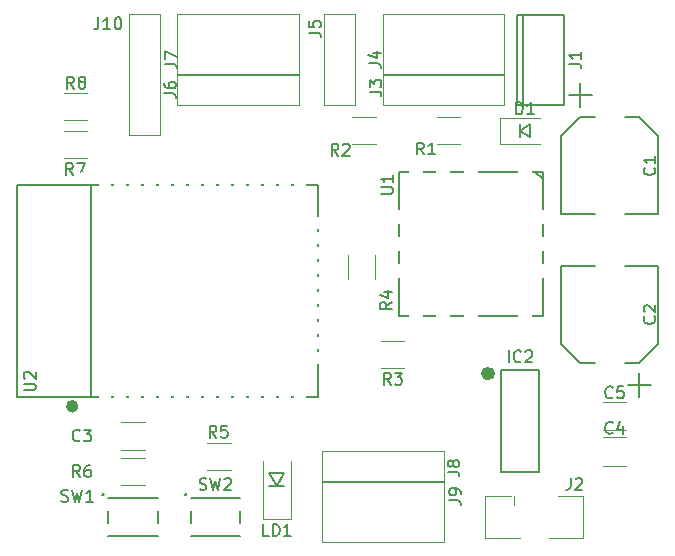
<source format=gto>
G04 #@! TF.FileFunction,Legend,Top*
%FSLAX46Y46*%
G04 Gerber Fmt 4.6, Leading zero omitted, Abs format (unit mm)*
G04 Created by KiCad (PCBNEW 4.0.7) date 01/06/19 19:56:26*
%MOMM*%
%LPD*%
G01*
G04 APERTURE LIST*
%ADD10C,0.200000*%
%ADD11C,0.600000*%
%ADD12C,0.150000*%
%ADD13C,0.120000*%
%ADD14C,0.254000*%
%ADD15C,0.500000*%
%ADD16C,0.700000*%
%ADD17C,3.300000*%
%ADD18R,1.700000X0.530000*%
%ADD19C,1.300000*%
%ADD20R,1.300000X1.300000*%
%ADD21R,1.200000X1.100000*%
%ADD22R,2.200000X4.600000*%
%ADD23R,2.100000X1.700000*%
%ADD24R,0.550000X2.400000*%
%ADD25O,1.900000X1.200000*%
%ADD26O,2.300000X1.200000*%
%ADD27O,1.800000X1.800000*%
%ADD28C,1.800000*%
%ADD29R,2.100000X1.800000*%
%ADD30R,1.800000X2.100000*%
%ADD31R,1.550000X0.750000*%
%ADD32R,1.300000X3.100000*%
%ADD33R,3.100000X1.300000*%
%ADD34R,1.250000X1.250000*%
%ADD35R,1.900000X4.180000*%
%ADD36R,4.180000X1.900000*%
%ADD37R,1.300000X1.600000*%
%ADD38R,1.000000X2.600000*%
%ADD39R,2.600000X1.000000*%
%ADD40R,5.100000X5.100000*%
%ADD41R,0.400000X0.600000*%
G04 APERTURE END LIST*
D10*
D11*
X60388000Y-50600000D02*
G75*
G03X60388000Y-50600000I-300000J0D01*
G01*
D10*
X61200000Y-50276000D02*
X64400000Y-50276000D01*
X64400000Y-50276000D02*
X64400000Y-58924000D01*
X64400000Y-58924000D02*
X61200000Y-58924000D01*
X61200000Y-58924000D02*
X61200000Y-50276000D01*
D12*
X63050000Y-20250000D02*
X63050000Y-27850000D01*
X62550000Y-27850000D02*
X66550000Y-27850000D01*
X66550000Y-27850000D02*
X66550000Y-20250000D01*
X66550000Y-20250000D02*
X62550000Y-20250000D01*
X62550000Y-20250000D02*
X62550000Y-27850000D01*
X62800000Y-30050000D02*
X63600000Y-29500000D01*
X63600000Y-29500000D02*
X63600000Y-30600000D01*
X63600000Y-30600000D02*
X62800000Y-30050000D01*
X62800000Y-29500000D02*
X62800000Y-30600000D01*
D13*
X61100000Y-28950000D02*
X61100000Y-31150000D01*
X61100000Y-31150000D02*
X64450000Y-31150000D01*
X61100000Y-28950000D02*
X64450000Y-28950000D01*
D12*
X68900000Y-27000000D02*
X66900000Y-27000000D01*
X67900000Y-26000000D02*
X67900000Y-28000000D01*
X74500000Y-37100000D02*
X71700000Y-37100000D01*
X74500000Y-37100000D02*
X74500000Y-30500000D01*
X72900000Y-28900000D02*
X74500000Y-30500000D01*
X71700000Y-28900000D02*
X72900000Y-28900000D01*
X67900000Y-28900000D02*
X69100000Y-28900000D01*
X69100000Y-37100000D02*
X66300000Y-37100000D01*
X66300000Y-37100000D02*
X66300000Y-30500000D01*
X66300000Y-30500000D02*
X67900000Y-28900000D01*
X71900000Y-51600000D02*
X73900000Y-51600000D01*
X72900000Y-52600000D02*
X72900000Y-50600000D01*
X66300000Y-41500000D02*
X69100000Y-41500000D01*
X66300000Y-41500000D02*
X66300000Y-48100000D01*
X67900000Y-49700000D02*
X66300000Y-48100000D01*
X69100000Y-49700000D02*
X67900000Y-49700000D01*
X72900000Y-49700000D02*
X71700000Y-49700000D01*
X71700000Y-41500000D02*
X74500000Y-41500000D01*
X74500000Y-41500000D02*
X74500000Y-48100000D01*
X74500000Y-48100000D02*
X72900000Y-49700000D01*
D13*
X29000000Y-57100000D02*
X31000000Y-57100000D01*
X31000000Y-54700000D02*
X29000000Y-54700000D01*
X71800000Y-56000000D02*
X69800000Y-56000000D01*
X69800000Y-58400000D02*
X71800000Y-58400000D01*
X71800000Y-53000000D02*
X69800000Y-53000000D01*
X69800000Y-55400000D02*
X71800000Y-55400000D01*
X62300000Y-61725000D02*
X62300000Y-60975000D01*
X62000000Y-60975000D02*
X59850000Y-60975000D01*
X68150000Y-60975000D02*
X68150000Y-64525000D01*
X59850000Y-64525000D02*
X62750000Y-64525000D01*
X59850000Y-60975000D02*
X59850000Y-64525000D01*
X68150000Y-64525000D02*
X65250000Y-64525000D01*
X66000000Y-60975000D02*
X68150000Y-60975000D01*
X61450000Y-27870000D02*
X61450000Y-25210000D01*
X51170000Y-27870000D02*
X61450000Y-27870000D01*
X51170000Y-25210000D02*
X61450000Y-25210000D01*
X51170000Y-27870000D02*
X51170000Y-25210000D01*
X61450000Y-25330000D02*
X61450000Y-20130000D01*
X51170000Y-25330000D02*
X61450000Y-25330000D01*
X51170000Y-20130000D02*
X61450000Y-20130000D01*
X51170000Y-25330000D02*
X51170000Y-20130000D01*
X46170000Y-27870000D02*
X48830000Y-27870000D01*
X46170000Y-20130000D02*
X46170000Y-27870000D01*
X48830000Y-20130000D02*
X48830000Y-27870000D01*
X46170000Y-20130000D02*
X48830000Y-20130000D01*
X44050000Y-27870000D02*
X44050000Y-25210000D01*
X33770000Y-27870000D02*
X44050000Y-27870000D01*
X33770000Y-25210000D02*
X44050000Y-25210000D01*
X33770000Y-27870000D02*
X33770000Y-25210000D01*
X44050000Y-25330000D02*
X44050000Y-20130000D01*
X33770000Y-25330000D02*
X44050000Y-25330000D01*
X33770000Y-20130000D02*
X44050000Y-20130000D01*
X33770000Y-25330000D02*
X33770000Y-20130000D01*
X57750000Y-31150000D02*
X55750000Y-31150000D01*
X55750000Y-28850000D02*
X57750000Y-28850000D01*
X48600000Y-28850000D02*
X50600000Y-28850000D01*
X50600000Y-31150000D02*
X48600000Y-31150000D01*
X51000000Y-47850000D02*
X53000000Y-47850000D01*
X53000000Y-50150000D02*
X51000000Y-50150000D01*
X50550000Y-40600000D02*
X50550000Y-42600000D01*
X48250000Y-42600000D02*
X48250000Y-40600000D01*
X24150000Y-30050000D02*
X26150000Y-30050000D01*
X26150000Y-32350000D02*
X24150000Y-32350000D01*
X24150000Y-26825000D02*
X26150000Y-26825000D01*
X26150000Y-29125000D02*
X24150000Y-29125000D01*
D10*
X27900000Y-61150000D02*
X32100000Y-61150000D01*
X32100000Y-64350000D02*
X27900000Y-64350000D01*
X27900000Y-62250000D02*
X27900000Y-63250000D01*
X32100000Y-62250000D02*
X32100000Y-63250000D01*
D14*
X27497370Y-60861000D02*
G75*
G03X27497370Y-60861000I-53370J0D01*
G01*
D10*
X34900000Y-61150000D02*
X39100000Y-61150000D01*
X39100000Y-64350000D02*
X34900000Y-64350000D01*
X34900000Y-62250000D02*
X34900000Y-63250000D01*
X39100000Y-62250000D02*
X39100000Y-63250000D01*
D14*
X34497370Y-60861000D02*
G75*
G03X34497370Y-60861000I-53370J0D01*
G01*
D10*
X64700000Y-34100000D02*
X64100000Y-33500000D01*
X52505000Y-33505000D02*
X64695000Y-33505000D01*
X64695000Y-33505000D02*
X64695000Y-45695000D01*
X64695000Y-45695000D02*
X52505000Y-45695000D01*
X52505000Y-45695000D02*
X52505000Y-33505000D01*
D14*
X58713000Y-32870000D02*
G75*
G03X58713000Y-32870000I-102000J0D01*
G01*
D15*
X25154981Y-53381000D02*
G75*
G03X25154981Y-53381000I-283981J0D01*
G01*
D12*
X26500000Y-34600000D02*
X26500000Y-52600000D01*
X20200000Y-52600000D02*
X45700000Y-52600000D01*
X20200000Y-34600000D02*
X45700000Y-34600000D01*
X45700000Y-34600000D02*
X45700000Y-52600000D01*
X20200000Y-34600000D02*
X20200000Y-52600000D01*
D13*
X29670000Y-30410000D02*
X32330000Y-30410000D01*
X29670000Y-20130000D02*
X29670000Y-30410000D01*
X32330000Y-20130000D02*
X32330000Y-30410000D01*
X29670000Y-20130000D02*
X32330000Y-20130000D01*
X56330000Y-59790000D02*
X56330000Y-57130000D01*
X46050000Y-59790000D02*
X56330000Y-59790000D01*
X46050000Y-57130000D02*
X56330000Y-57130000D01*
X46050000Y-59790000D02*
X46050000Y-57130000D01*
X46050000Y-59670000D02*
X46050000Y-64870000D01*
X56330000Y-59670000D02*
X46050000Y-59670000D01*
X56330000Y-64870000D02*
X46050000Y-64870000D01*
X56330000Y-59670000D02*
X56330000Y-64870000D01*
X36300000Y-56450000D02*
X38300000Y-56450000D01*
X38300000Y-58750000D02*
X36300000Y-58750000D01*
X29000000Y-57750000D02*
X31000000Y-57750000D01*
X31000000Y-60050000D02*
X29000000Y-60050000D01*
D12*
X42200000Y-60150000D02*
X41580000Y-59050000D01*
X41580000Y-59050000D02*
X42820000Y-59050000D01*
X42820000Y-59050000D02*
X42200000Y-60150000D01*
X41580000Y-60150000D02*
X42820000Y-60150000D01*
D13*
X41000000Y-62900000D02*
X43400000Y-62900000D01*
X43400000Y-62900000D02*
X43400000Y-58000000D01*
X41000000Y-62900000D02*
X41000000Y-58000000D01*
D10*
X61823810Y-49652381D02*
X61823810Y-48652381D01*
X62871429Y-49557143D02*
X62823810Y-49604762D01*
X62680953Y-49652381D01*
X62585715Y-49652381D01*
X62442857Y-49604762D01*
X62347619Y-49509524D01*
X62300000Y-49414286D01*
X62252381Y-49223810D01*
X62252381Y-49080952D01*
X62300000Y-48890476D01*
X62347619Y-48795238D01*
X62442857Y-48700000D01*
X62585715Y-48652381D01*
X62680953Y-48652381D01*
X62823810Y-48700000D01*
X62871429Y-48747619D01*
X63252381Y-48747619D02*
X63300000Y-48700000D01*
X63395238Y-48652381D01*
X63633334Y-48652381D01*
X63728572Y-48700000D01*
X63776191Y-48747619D01*
X63823810Y-48842857D01*
X63823810Y-48938095D01*
X63776191Y-49080952D01*
X63204762Y-49652381D01*
X63823810Y-49652381D01*
D12*
X66972381Y-24383333D02*
X67686667Y-24383333D01*
X67829524Y-24430953D01*
X67924762Y-24526191D01*
X67972381Y-24669048D01*
X67972381Y-24764286D01*
X67972381Y-23383333D02*
X67972381Y-23954762D01*
X67972381Y-23669048D02*
X66972381Y-23669048D01*
X67115238Y-23764286D01*
X67210476Y-23859524D01*
X67258095Y-23954762D01*
X62461905Y-28652381D02*
X62461905Y-27652381D01*
X62700000Y-27652381D01*
X62842858Y-27700000D01*
X62938096Y-27795238D01*
X62985715Y-27890476D01*
X63033334Y-28080952D01*
X63033334Y-28223810D01*
X62985715Y-28414286D01*
X62938096Y-28509524D01*
X62842858Y-28604762D01*
X62700000Y-28652381D01*
X62461905Y-28652381D01*
X63985715Y-28652381D02*
X63414286Y-28652381D01*
X63700000Y-28652381D02*
X63700000Y-27652381D01*
X63604762Y-27795238D01*
X63509524Y-27890476D01*
X63414286Y-27938095D01*
X74157143Y-33166666D02*
X74204762Y-33214285D01*
X74252381Y-33357142D01*
X74252381Y-33452380D01*
X74204762Y-33595238D01*
X74109524Y-33690476D01*
X74014286Y-33738095D01*
X73823810Y-33785714D01*
X73680952Y-33785714D01*
X73490476Y-33738095D01*
X73395238Y-33690476D01*
X73300000Y-33595238D01*
X73252381Y-33452380D01*
X73252381Y-33357142D01*
X73300000Y-33214285D01*
X73347619Y-33166666D01*
X74252381Y-32214285D02*
X74252381Y-32785714D01*
X74252381Y-32500000D02*
X73252381Y-32500000D01*
X73395238Y-32595238D01*
X73490476Y-32690476D01*
X73538095Y-32785714D01*
X74157143Y-45766666D02*
X74204762Y-45814285D01*
X74252381Y-45957142D01*
X74252381Y-46052380D01*
X74204762Y-46195238D01*
X74109524Y-46290476D01*
X74014286Y-46338095D01*
X73823810Y-46385714D01*
X73680952Y-46385714D01*
X73490476Y-46338095D01*
X73395238Y-46290476D01*
X73300000Y-46195238D01*
X73252381Y-46052380D01*
X73252381Y-45957142D01*
X73300000Y-45814285D01*
X73347619Y-45766666D01*
X73347619Y-45385714D02*
X73300000Y-45338095D01*
X73252381Y-45242857D01*
X73252381Y-45004761D01*
X73300000Y-44909523D01*
X73347619Y-44861904D01*
X73442857Y-44814285D01*
X73538095Y-44814285D01*
X73680952Y-44861904D01*
X74252381Y-45433333D01*
X74252381Y-44814285D01*
X25533334Y-56257143D02*
X25485715Y-56304762D01*
X25342858Y-56352381D01*
X25247620Y-56352381D01*
X25104762Y-56304762D01*
X25009524Y-56209524D01*
X24961905Y-56114286D01*
X24914286Y-55923810D01*
X24914286Y-55780952D01*
X24961905Y-55590476D01*
X25009524Y-55495238D01*
X25104762Y-55400000D01*
X25247620Y-55352381D01*
X25342858Y-55352381D01*
X25485715Y-55400000D01*
X25533334Y-55447619D01*
X25866667Y-55352381D02*
X26485715Y-55352381D01*
X26152381Y-55733333D01*
X26295239Y-55733333D01*
X26390477Y-55780952D01*
X26438096Y-55828571D01*
X26485715Y-55923810D01*
X26485715Y-56161905D01*
X26438096Y-56257143D01*
X26390477Y-56304762D01*
X26295239Y-56352381D01*
X26009524Y-56352381D01*
X25914286Y-56304762D01*
X25866667Y-56257143D01*
X70633334Y-55597143D02*
X70585715Y-55644762D01*
X70442858Y-55692381D01*
X70347620Y-55692381D01*
X70204762Y-55644762D01*
X70109524Y-55549524D01*
X70061905Y-55454286D01*
X70014286Y-55263810D01*
X70014286Y-55120952D01*
X70061905Y-54930476D01*
X70109524Y-54835238D01*
X70204762Y-54740000D01*
X70347620Y-54692381D01*
X70442858Y-54692381D01*
X70585715Y-54740000D01*
X70633334Y-54787619D01*
X71490477Y-55025714D02*
X71490477Y-55692381D01*
X71252381Y-54644762D02*
X71014286Y-55359048D01*
X71633334Y-55359048D01*
X70633334Y-52597143D02*
X70585715Y-52644762D01*
X70442858Y-52692381D01*
X70347620Y-52692381D01*
X70204762Y-52644762D01*
X70109524Y-52549524D01*
X70061905Y-52454286D01*
X70014286Y-52263810D01*
X70014286Y-52120952D01*
X70061905Y-51930476D01*
X70109524Y-51835238D01*
X70204762Y-51740000D01*
X70347620Y-51692381D01*
X70442858Y-51692381D01*
X70585715Y-51740000D01*
X70633334Y-51787619D01*
X71538096Y-51692381D02*
X71061905Y-51692381D01*
X71014286Y-52168571D01*
X71061905Y-52120952D01*
X71157143Y-52073333D01*
X71395239Y-52073333D01*
X71490477Y-52120952D01*
X71538096Y-52168571D01*
X71585715Y-52263810D01*
X71585715Y-52501905D01*
X71538096Y-52597143D01*
X71490477Y-52644762D01*
X71395239Y-52692381D01*
X71157143Y-52692381D01*
X71061905Y-52644762D01*
X71014286Y-52597143D01*
X67066667Y-59452381D02*
X67066667Y-60166667D01*
X67019047Y-60309524D01*
X66923809Y-60404762D01*
X66780952Y-60452381D01*
X66685714Y-60452381D01*
X67495238Y-59547619D02*
X67542857Y-59500000D01*
X67638095Y-59452381D01*
X67876191Y-59452381D01*
X67971429Y-59500000D01*
X68019048Y-59547619D01*
X68066667Y-59642857D01*
X68066667Y-59738095D01*
X68019048Y-59880952D01*
X67447619Y-60452381D01*
X68066667Y-60452381D01*
X50052381Y-26733333D02*
X50766667Y-26733333D01*
X50909524Y-26780953D01*
X51004762Y-26876191D01*
X51052381Y-27019048D01*
X51052381Y-27114286D01*
X50052381Y-26352381D02*
X50052381Y-25733333D01*
X50433333Y-26066667D01*
X50433333Y-25923809D01*
X50480952Y-25828571D01*
X50528571Y-25780952D01*
X50623810Y-25733333D01*
X50861905Y-25733333D01*
X50957143Y-25780952D01*
X51004762Y-25828571D01*
X51052381Y-25923809D01*
X51052381Y-26209524D01*
X51004762Y-26304762D01*
X50957143Y-26352381D01*
X50002381Y-24333333D02*
X50716667Y-24333333D01*
X50859524Y-24380953D01*
X50954762Y-24476191D01*
X51002381Y-24619048D01*
X51002381Y-24714286D01*
X50335714Y-23428571D02*
X51002381Y-23428571D01*
X49954762Y-23666667D02*
X50669048Y-23904762D01*
X50669048Y-23285714D01*
X44902381Y-21733333D02*
X45616667Y-21733333D01*
X45759524Y-21780953D01*
X45854762Y-21876191D01*
X45902381Y-22019048D01*
X45902381Y-22114286D01*
X44902381Y-20780952D02*
X44902381Y-21257143D01*
X45378571Y-21304762D01*
X45330952Y-21257143D01*
X45283333Y-21161905D01*
X45283333Y-20923809D01*
X45330952Y-20828571D01*
X45378571Y-20780952D01*
X45473810Y-20733333D01*
X45711905Y-20733333D01*
X45807143Y-20780952D01*
X45854762Y-20828571D01*
X45902381Y-20923809D01*
X45902381Y-21161905D01*
X45854762Y-21257143D01*
X45807143Y-21304762D01*
X32652381Y-26883333D02*
X33366667Y-26883333D01*
X33509524Y-26930953D01*
X33604762Y-27026191D01*
X33652381Y-27169048D01*
X33652381Y-27264286D01*
X32652381Y-25978571D02*
X32652381Y-26169048D01*
X32700000Y-26264286D01*
X32747619Y-26311905D01*
X32890476Y-26407143D01*
X33080952Y-26454762D01*
X33461905Y-26454762D01*
X33557143Y-26407143D01*
X33604762Y-26359524D01*
X33652381Y-26264286D01*
X33652381Y-26073809D01*
X33604762Y-25978571D01*
X33557143Y-25930952D01*
X33461905Y-25883333D01*
X33223810Y-25883333D01*
X33128571Y-25930952D01*
X33080952Y-25978571D01*
X33033333Y-26073809D01*
X33033333Y-26264286D01*
X33080952Y-26359524D01*
X33128571Y-26407143D01*
X33223810Y-26454762D01*
X32727381Y-24383333D02*
X33441667Y-24383333D01*
X33584524Y-24430953D01*
X33679762Y-24526191D01*
X33727381Y-24669048D01*
X33727381Y-24764286D01*
X32727381Y-24002381D02*
X32727381Y-23335714D01*
X33727381Y-23764286D01*
X54658334Y-32052381D02*
X54325000Y-31576190D01*
X54086905Y-32052381D02*
X54086905Y-31052381D01*
X54467858Y-31052381D01*
X54563096Y-31100000D01*
X54610715Y-31147619D01*
X54658334Y-31242857D01*
X54658334Y-31385714D01*
X54610715Y-31480952D01*
X54563096Y-31528571D01*
X54467858Y-31576190D01*
X54086905Y-31576190D01*
X55610715Y-32052381D02*
X55039286Y-32052381D01*
X55325000Y-32052381D02*
X55325000Y-31052381D01*
X55229762Y-31195238D01*
X55134524Y-31290476D01*
X55039286Y-31338095D01*
X47408334Y-32152381D02*
X47075000Y-31676190D01*
X46836905Y-32152381D02*
X46836905Y-31152381D01*
X47217858Y-31152381D01*
X47313096Y-31200000D01*
X47360715Y-31247619D01*
X47408334Y-31342857D01*
X47408334Y-31485714D01*
X47360715Y-31580952D01*
X47313096Y-31628571D01*
X47217858Y-31676190D01*
X46836905Y-31676190D01*
X47789286Y-31247619D02*
X47836905Y-31200000D01*
X47932143Y-31152381D01*
X48170239Y-31152381D01*
X48265477Y-31200000D01*
X48313096Y-31247619D01*
X48360715Y-31342857D01*
X48360715Y-31438095D01*
X48313096Y-31580952D01*
X47741667Y-32152381D01*
X48360715Y-32152381D01*
X51833334Y-51552381D02*
X51500000Y-51076190D01*
X51261905Y-51552381D02*
X51261905Y-50552381D01*
X51642858Y-50552381D01*
X51738096Y-50600000D01*
X51785715Y-50647619D01*
X51833334Y-50742857D01*
X51833334Y-50885714D01*
X51785715Y-50980952D01*
X51738096Y-51028571D01*
X51642858Y-51076190D01*
X51261905Y-51076190D01*
X52166667Y-50552381D02*
X52785715Y-50552381D01*
X52452381Y-50933333D01*
X52595239Y-50933333D01*
X52690477Y-50980952D01*
X52738096Y-51028571D01*
X52785715Y-51123810D01*
X52785715Y-51361905D01*
X52738096Y-51457143D01*
X52690477Y-51504762D01*
X52595239Y-51552381D01*
X52309524Y-51552381D01*
X52214286Y-51504762D01*
X52166667Y-51457143D01*
X51952381Y-44566666D02*
X51476190Y-44900000D01*
X51952381Y-45138095D02*
X50952381Y-45138095D01*
X50952381Y-44757142D01*
X51000000Y-44661904D01*
X51047619Y-44614285D01*
X51142857Y-44566666D01*
X51285714Y-44566666D01*
X51380952Y-44614285D01*
X51428571Y-44661904D01*
X51476190Y-44757142D01*
X51476190Y-45138095D01*
X51285714Y-43709523D02*
X51952381Y-43709523D01*
X50904762Y-43947619D02*
X51619048Y-44185714D01*
X51619048Y-43566666D01*
X24933334Y-33802381D02*
X24600000Y-33326190D01*
X24361905Y-33802381D02*
X24361905Y-32802381D01*
X24742858Y-32802381D01*
X24838096Y-32850000D01*
X24885715Y-32897619D01*
X24933334Y-32992857D01*
X24933334Y-33135714D01*
X24885715Y-33230952D01*
X24838096Y-33278571D01*
X24742858Y-33326190D01*
X24361905Y-33326190D01*
X25266667Y-32802381D02*
X25933334Y-32802381D01*
X25504762Y-33802381D01*
X25033334Y-26477381D02*
X24700000Y-26001190D01*
X24461905Y-26477381D02*
X24461905Y-25477381D01*
X24842858Y-25477381D01*
X24938096Y-25525000D01*
X24985715Y-25572619D01*
X25033334Y-25667857D01*
X25033334Y-25810714D01*
X24985715Y-25905952D01*
X24938096Y-25953571D01*
X24842858Y-26001190D01*
X24461905Y-26001190D01*
X25604762Y-25905952D02*
X25509524Y-25858333D01*
X25461905Y-25810714D01*
X25414286Y-25715476D01*
X25414286Y-25667857D01*
X25461905Y-25572619D01*
X25509524Y-25525000D01*
X25604762Y-25477381D01*
X25795239Y-25477381D01*
X25890477Y-25525000D01*
X25938096Y-25572619D01*
X25985715Y-25667857D01*
X25985715Y-25715476D01*
X25938096Y-25810714D01*
X25890477Y-25858333D01*
X25795239Y-25905952D01*
X25604762Y-25905952D01*
X25509524Y-25953571D01*
X25461905Y-26001190D01*
X25414286Y-26096429D01*
X25414286Y-26286905D01*
X25461905Y-26382143D01*
X25509524Y-26429762D01*
X25604762Y-26477381D01*
X25795239Y-26477381D01*
X25890477Y-26429762D01*
X25938096Y-26382143D01*
X25985715Y-26286905D01*
X25985715Y-26096429D01*
X25938096Y-26001190D01*
X25890477Y-25953571D01*
X25795239Y-25905952D01*
X23966667Y-61404762D02*
X24109524Y-61452381D01*
X24347620Y-61452381D01*
X24442858Y-61404762D01*
X24490477Y-61357143D01*
X24538096Y-61261905D01*
X24538096Y-61166667D01*
X24490477Y-61071429D01*
X24442858Y-61023810D01*
X24347620Y-60976190D01*
X24157143Y-60928571D01*
X24061905Y-60880952D01*
X24014286Y-60833333D01*
X23966667Y-60738095D01*
X23966667Y-60642857D01*
X24014286Y-60547619D01*
X24061905Y-60500000D01*
X24157143Y-60452381D01*
X24395239Y-60452381D01*
X24538096Y-60500000D01*
X24871429Y-60452381D02*
X25109524Y-61452381D01*
X25300001Y-60738095D01*
X25490477Y-61452381D01*
X25728572Y-60452381D01*
X26633334Y-61452381D02*
X26061905Y-61452381D01*
X26347619Y-61452381D02*
X26347619Y-60452381D01*
X26252381Y-60595238D01*
X26157143Y-60690476D01*
X26061905Y-60738095D01*
X35666667Y-60404762D02*
X35809524Y-60452381D01*
X36047620Y-60452381D01*
X36142858Y-60404762D01*
X36190477Y-60357143D01*
X36238096Y-60261905D01*
X36238096Y-60166667D01*
X36190477Y-60071429D01*
X36142858Y-60023810D01*
X36047620Y-59976190D01*
X35857143Y-59928571D01*
X35761905Y-59880952D01*
X35714286Y-59833333D01*
X35666667Y-59738095D01*
X35666667Y-59642857D01*
X35714286Y-59547619D01*
X35761905Y-59500000D01*
X35857143Y-59452381D01*
X36095239Y-59452381D01*
X36238096Y-59500000D01*
X36571429Y-59452381D02*
X36809524Y-60452381D01*
X37000001Y-59738095D01*
X37190477Y-60452381D01*
X37428572Y-59452381D01*
X37761905Y-59547619D02*
X37809524Y-59500000D01*
X37904762Y-59452381D01*
X38142858Y-59452381D01*
X38238096Y-59500000D01*
X38285715Y-59547619D01*
X38333334Y-59642857D01*
X38333334Y-59738095D01*
X38285715Y-59880952D01*
X37714286Y-60452381D01*
X38333334Y-60452381D01*
D10*
X51027381Y-35386905D02*
X51836905Y-35386905D01*
X51932143Y-35339286D01*
X51979762Y-35291667D01*
X52027381Y-35196429D01*
X52027381Y-35005952D01*
X51979762Y-34910714D01*
X51932143Y-34863095D01*
X51836905Y-34815476D01*
X51027381Y-34815476D01*
X52027381Y-33815476D02*
X52027381Y-34386905D01*
X52027381Y-34101191D02*
X51027381Y-34101191D01*
X51170238Y-34196429D01*
X51265476Y-34291667D01*
X51313095Y-34386905D01*
D12*
X20777381Y-52036905D02*
X21586905Y-52036905D01*
X21682143Y-51989286D01*
X21729762Y-51941667D01*
X21777381Y-51846429D01*
X21777381Y-51655952D01*
X21729762Y-51560714D01*
X21682143Y-51513095D01*
X21586905Y-51465476D01*
X20777381Y-51465476D01*
X20872619Y-51036905D02*
X20825000Y-50989286D01*
X20777381Y-50894048D01*
X20777381Y-50655952D01*
X20825000Y-50560714D01*
X20872619Y-50513095D01*
X20967857Y-50465476D01*
X21063095Y-50465476D01*
X21205952Y-50513095D01*
X21777381Y-51084524D01*
X21777381Y-50465476D01*
X27090477Y-20452381D02*
X27090477Y-21166667D01*
X27042857Y-21309524D01*
X26947619Y-21404762D01*
X26804762Y-21452381D01*
X26709524Y-21452381D01*
X28090477Y-21452381D02*
X27519048Y-21452381D01*
X27804762Y-21452381D02*
X27804762Y-20452381D01*
X27709524Y-20595238D01*
X27614286Y-20690476D01*
X27519048Y-20738095D01*
X28709524Y-20452381D02*
X28804763Y-20452381D01*
X28900001Y-20500000D01*
X28947620Y-20547619D01*
X28995239Y-20642857D01*
X29042858Y-20833333D01*
X29042858Y-21071429D01*
X28995239Y-21261905D01*
X28947620Y-21357143D01*
X28900001Y-21404762D01*
X28804763Y-21452381D01*
X28709524Y-21452381D01*
X28614286Y-21404762D01*
X28566667Y-21357143D01*
X28519048Y-21261905D01*
X28471429Y-21071429D01*
X28471429Y-20833333D01*
X28519048Y-20642857D01*
X28566667Y-20547619D01*
X28614286Y-20500000D01*
X28709524Y-20452381D01*
X56652381Y-58933333D02*
X57366667Y-58933333D01*
X57509524Y-58980953D01*
X57604762Y-59076191D01*
X57652381Y-59219048D01*
X57652381Y-59314286D01*
X57080952Y-58314286D02*
X57033333Y-58409524D01*
X56985714Y-58457143D01*
X56890476Y-58504762D01*
X56842857Y-58504762D01*
X56747619Y-58457143D01*
X56700000Y-58409524D01*
X56652381Y-58314286D01*
X56652381Y-58123809D01*
X56700000Y-58028571D01*
X56747619Y-57980952D01*
X56842857Y-57933333D01*
X56890476Y-57933333D01*
X56985714Y-57980952D01*
X57033333Y-58028571D01*
X57080952Y-58123809D01*
X57080952Y-58314286D01*
X57128571Y-58409524D01*
X57176190Y-58457143D01*
X57271429Y-58504762D01*
X57461905Y-58504762D01*
X57557143Y-58457143D01*
X57604762Y-58409524D01*
X57652381Y-58314286D01*
X57652381Y-58123809D01*
X57604762Y-58028571D01*
X57557143Y-57980952D01*
X57461905Y-57933333D01*
X57271429Y-57933333D01*
X57176190Y-57980952D01*
X57128571Y-58028571D01*
X57080952Y-58123809D01*
X56782381Y-61333333D02*
X57496667Y-61333333D01*
X57639524Y-61380953D01*
X57734762Y-61476191D01*
X57782381Y-61619048D01*
X57782381Y-61714286D01*
X57782381Y-60809524D02*
X57782381Y-60619048D01*
X57734762Y-60523809D01*
X57687143Y-60476190D01*
X57544286Y-60380952D01*
X57353810Y-60333333D01*
X56972857Y-60333333D01*
X56877619Y-60380952D01*
X56830000Y-60428571D01*
X56782381Y-60523809D01*
X56782381Y-60714286D01*
X56830000Y-60809524D01*
X56877619Y-60857143D01*
X56972857Y-60904762D01*
X57210952Y-60904762D01*
X57306190Y-60857143D01*
X57353810Y-60809524D01*
X57401429Y-60714286D01*
X57401429Y-60523809D01*
X57353810Y-60428571D01*
X57306190Y-60380952D01*
X57210952Y-60333333D01*
X37083334Y-56027381D02*
X36750000Y-55551190D01*
X36511905Y-56027381D02*
X36511905Y-55027381D01*
X36892858Y-55027381D01*
X36988096Y-55075000D01*
X37035715Y-55122619D01*
X37083334Y-55217857D01*
X37083334Y-55360714D01*
X37035715Y-55455952D01*
X36988096Y-55503571D01*
X36892858Y-55551190D01*
X36511905Y-55551190D01*
X37988096Y-55027381D02*
X37511905Y-55027381D01*
X37464286Y-55503571D01*
X37511905Y-55455952D01*
X37607143Y-55408333D01*
X37845239Y-55408333D01*
X37940477Y-55455952D01*
X37988096Y-55503571D01*
X38035715Y-55598810D01*
X38035715Y-55836905D01*
X37988096Y-55932143D01*
X37940477Y-55979762D01*
X37845239Y-56027381D01*
X37607143Y-56027381D01*
X37511905Y-55979762D01*
X37464286Y-55932143D01*
X25533334Y-59352381D02*
X25200000Y-58876190D01*
X24961905Y-59352381D02*
X24961905Y-58352381D01*
X25342858Y-58352381D01*
X25438096Y-58400000D01*
X25485715Y-58447619D01*
X25533334Y-58542857D01*
X25533334Y-58685714D01*
X25485715Y-58780952D01*
X25438096Y-58828571D01*
X25342858Y-58876190D01*
X24961905Y-58876190D01*
X26390477Y-58352381D02*
X26200000Y-58352381D01*
X26104762Y-58400000D01*
X26057143Y-58447619D01*
X25961905Y-58590476D01*
X25914286Y-58780952D01*
X25914286Y-59161905D01*
X25961905Y-59257143D01*
X26009524Y-59304762D01*
X26104762Y-59352381D01*
X26295239Y-59352381D01*
X26390477Y-59304762D01*
X26438096Y-59257143D01*
X26485715Y-59161905D01*
X26485715Y-58923810D01*
X26438096Y-58828571D01*
X26390477Y-58780952D01*
X26295239Y-58733333D01*
X26104762Y-58733333D01*
X26009524Y-58780952D01*
X25961905Y-58828571D01*
X25914286Y-58923810D01*
X41533334Y-64352381D02*
X41057143Y-64352381D01*
X41057143Y-63352381D01*
X41866667Y-64352381D02*
X41866667Y-63352381D01*
X42104762Y-63352381D01*
X42247620Y-63400000D01*
X42342858Y-63495238D01*
X42390477Y-63590476D01*
X42438096Y-63780952D01*
X42438096Y-63923810D01*
X42390477Y-64114286D01*
X42342858Y-64209524D01*
X42247620Y-64304762D01*
X42104762Y-64352381D01*
X41866667Y-64352381D01*
X43390477Y-64352381D02*
X42819048Y-64352381D01*
X43104762Y-64352381D02*
X43104762Y-63352381D01*
X43009524Y-63495238D01*
X42914286Y-63590476D01*
X42819048Y-63638095D01*
%LPC*%
D16*
X51600000Y-46100000D03*
X50000000Y-36400000D03*
X50000000Y-33800000D03*
X50000000Y-27600000D03*
X50000000Y-25100000D03*
X73700000Y-26800000D03*
X69400000Y-25900000D03*
X67900000Y-21500000D03*
X65100000Y-31800000D03*
X73800000Y-50400000D03*
X73300000Y-39100000D03*
X67500000Y-39100000D03*
X64900000Y-47600000D03*
X67700000Y-51100000D03*
X62900000Y-51500000D03*
X69100000Y-59500000D03*
X58100000Y-63400000D03*
X58100000Y-56300000D03*
X56300000Y-56300000D03*
X56300000Y-54100000D03*
X57200000Y-50500000D03*
X47800000Y-50300000D03*
X53700000Y-54000000D03*
X53700000Y-56300000D03*
X51200000Y-56300000D03*
X48000000Y-56400000D03*
X44500000Y-56300000D03*
X44600000Y-63800000D03*
X44500000Y-62400000D03*
X44500000Y-59900000D03*
X39500000Y-59800000D03*
X33500000Y-62600000D03*
X34100000Y-59400000D03*
X34100000Y-55400000D03*
X30300000Y-46300000D03*
X29800000Y-44400000D03*
X29800000Y-43000000D03*
X29800000Y-41300000D03*
X29800000Y-39700000D03*
X29800000Y-38400000D03*
X34000000Y-39600000D03*
X35300000Y-39600000D03*
X41500000Y-39600000D03*
X41500000Y-38600000D03*
X39000000Y-38500000D03*
X34000000Y-38400000D03*
X36400000Y-32200000D03*
X36400000Y-30400000D03*
X36400000Y-28800000D03*
X32100000Y-31100000D03*
X28800000Y-29600000D03*
X28800000Y-26200000D03*
X33100000Y-25200000D03*
X33100000Y-22000000D03*
X26300000Y-23800000D03*
X28100000Y-21900000D03*
X26300000Y-21900000D03*
X25800000Y-33900000D03*
D17*
X22500000Y-62500000D03*
D18*
X60050000Y-51742000D03*
X60050000Y-52377000D03*
X60050000Y-53012000D03*
X60050000Y-53647000D03*
X60050000Y-54282000D03*
X60050000Y-54917000D03*
X60050000Y-55552000D03*
X60050000Y-56187000D03*
X60050000Y-56822000D03*
X60050000Y-57457000D03*
X65550000Y-57457000D03*
X65550000Y-56822000D03*
X65550000Y-56187000D03*
X65550000Y-55552000D03*
X65550000Y-54917000D03*
X65550000Y-54282000D03*
X65550000Y-53647000D03*
X65550000Y-53012000D03*
X65550000Y-52377000D03*
X65550000Y-51742000D03*
D17*
X22250000Y-22500000D03*
D19*
X64550000Y-22800000D03*
D20*
X64550000Y-25300000D03*
D21*
X61900000Y-30050000D03*
X64500000Y-30050000D03*
D17*
X72500000Y-62500000D03*
D22*
X70400000Y-36700000D03*
X70400000Y-29300000D03*
X70400000Y-41900000D03*
X70400000Y-49300000D03*
D23*
X32000000Y-55900000D03*
X28000000Y-55900000D03*
X68800000Y-57200000D03*
X72800000Y-57200000D03*
X68800000Y-54200000D03*
X72800000Y-54200000D03*
D24*
X64000000Y-61575000D03*
X64650000Y-61575000D03*
X63350000Y-61575000D03*
X65300000Y-61575000D03*
X62700000Y-61575000D03*
D25*
X61200000Y-61725000D03*
X66800000Y-61725000D03*
D26*
X64000000Y-63875000D03*
D27*
X60120000Y-26540000D03*
D28*
X52500000Y-26540000D03*
D27*
X55040000Y-26540000D03*
X57580000Y-26540000D03*
X60120000Y-21460000D03*
X60120000Y-24000000D03*
X57580000Y-21460000D03*
D28*
X52500000Y-21460000D03*
D27*
X55040000Y-21460000D03*
D28*
X52500000Y-24000000D03*
D27*
X55040000Y-24000000D03*
X57580000Y-24000000D03*
D28*
X47500000Y-21460000D03*
D27*
X47500000Y-24000000D03*
X47500000Y-26540000D03*
X42720000Y-26540000D03*
D28*
X35100000Y-26540000D03*
D27*
X37640000Y-26540000D03*
X40180000Y-26540000D03*
X42720000Y-21460000D03*
X42720000Y-24000000D03*
X40180000Y-21460000D03*
D28*
X35100000Y-21460000D03*
D27*
X37640000Y-21460000D03*
D28*
X35100000Y-24000000D03*
D27*
X37640000Y-24000000D03*
X40180000Y-24000000D03*
D29*
X54750000Y-30000000D03*
X58750000Y-30000000D03*
X51600000Y-30000000D03*
X47600000Y-30000000D03*
X54000000Y-49000000D03*
X50000000Y-49000000D03*
D30*
X49400000Y-43600000D03*
X49400000Y-39600000D03*
D29*
X27150000Y-31200000D03*
X23150000Y-31200000D03*
X27150000Y-27975000D03*
X23150000Y-27975000D03*
D31*
X27725000Y-61675000D03*
X32275000Y-61675000D03*
X27725000Y-63825000D03*
X32275000Y-63825000D03*
X34725000Y-61675000D03*
X39275000Y-61675000D03*
X34725000Y-63825000D03*
X39275000Y-63825000D03*
D32*
X58600000Y-34000000D03*
X56310000Y-34000000D03*
X54020000Y-34000000D03*
D33*
X53120000Y-37310000D03*
X53120000Y-39600000D03*
X53120000Y-41890000D03*
D32*
X54020000Y-45200000D03*
X58600000Y-45200000D03*
D33*
X64210000Y-41890000D03*
X64210000Y-39600000D03*
X64210000Y-37310000D03*
D32*
X63180000Y-45200000D03*
D34*
X58600000Y-35030000D03*
D35*
X63180000Y-36170000D03*
X63180000Y-40740000D03*
D36*
X62040000Y-44170000D03*
D34*
X58600000Y-44170000D03*
X54020000Y-44170000D03*
X54020000Y-39600000D03*
X54020000Y-37310000D03*
X54020000Y-35030000D03*
X56310000Y-35030000D03*
X56310000Y-44170000D03*
X54020000Y-41890000D03*
D32*
X63180000Y-34000000D03*
D37*
X56310000Y-46000000D03*
D38*
X27690000Y-34850000D03*
X28960000Y-34850000D03*
X30225000Y-34850000D03*
X31495000Y-34850000D03*
X32765000Y-34850000D03*
X34035000Y-34850000D03*
X35305000Y-34850000D03*
X36575000Y-34850000D03*
X37845000Y-34850000D03*
X39115000Y-34850000D03*
X40385000Y-34850000D03*
X41655000Y-34850000D03*
X42925000Y-34850000D03*
X44195000Y-34850000D03*
D39*
X45450000Y-37885000D03*
X45450000Y-39155000D03*
X45450000Y-40425000D03*
X45450000Y-41695000D03*
X45450000Y-42965000D03*
X45450000Y-44235000D03*
X45450000Y-45505000D03*
X45450000Y-46770000D03*
X45450000Y-48045000D03*
X45450000Y-49315000D03*
D38*
X44195000Y-52350000D03*
X42925000Y-52350000D03*
X41655000Y-52350000D03*
X40385000Y-52350000D03*
X39115000Y-52350000D03*
X37845000Y-52350000D03*
X36575000Y-52350000D03*
X35305000Y-52350000D03*
X34035000Y-52350000D03*
X32765000Y-52350000D03*
X31495000Y-52350000D03*
X30225000Y-52350000D03*
X28960000Y-52350000D03*
X27690000Y-52350000D03*
D40*
X35190000Y-44600000D03*
D17*
X72500000Y-22500000D03*
D27*
X31000000Y-29080000D03*
D28*
X31000000Y-21460000D03*
D27*
X31000000Y-24000000D03*
X31000000Y-26540000D03*
D41*
X20600000Y-31200000D03*
X21100000Y-31200000D03*
X20550000Y-27950000D03*
X21050000Y-27950000D03*
D27*
X55000000Y-58460000D03*
D28*
X47380000Y-58460000D03*
D27*
X49920000Y-58460000D03*
X52460000Y-58460000D03*
X47380000Y-63540000D03*
X47380000Y-61000000D03*
X49920000Y-63540000D03*
D28*
X55000000Y-63540000D03*
D27*
X52460000Y-63540000D03*
D28*
X55000000Y-61000000D03*
D27*
X52460000Y-61000000D03*
X49920000Y-61000000D03*
D29*
X39300000Y-57600000D03*
X35300000Y-57600000D03*
X32000000Y-58900000D03*
X28000000Y-58900000D03*
D30*
X42200000Y-61600000D03*
X42200000Y-57600000D03*
D16*
X21700000Y-33900000D03*
X28000000Y-38800000D03*
X33600000Y-48100000D03*
X35300000Y-59225000D03*
X27400000Y-26150000D03*
X56600000Y-48100000D03*
X62800000Y-53200000D03*
X63400000Y-56200000D03*
X30200000Y-50000000D03*
X30200000Y-60600000D03*
X34750000Y-60450000D03*
X27150000Y-49900000D03*
X31450000Y-32300000D03*
X57150000Y-52550000D03*
X32750000Y-32350000D03*
X54850000Y-51300000D03*
X45500000Y-31650000D03*
X45500000Y-28700000D03*
X45500000Y-29600000D03*
X45500000Y-30750000D03*
X42700000Y-41200000D03*
X38800000Y-41300000D03*
X40100000Y-41200000D03*
X41400000Y-41200000D03*
X35325000Y-54325000D03*
X51400000Y-32400000D03*
X48300000Y-46100000D03*
X47800000Y-49000000D03*
X38200000Y-49000000D03*
M02*

</source>
